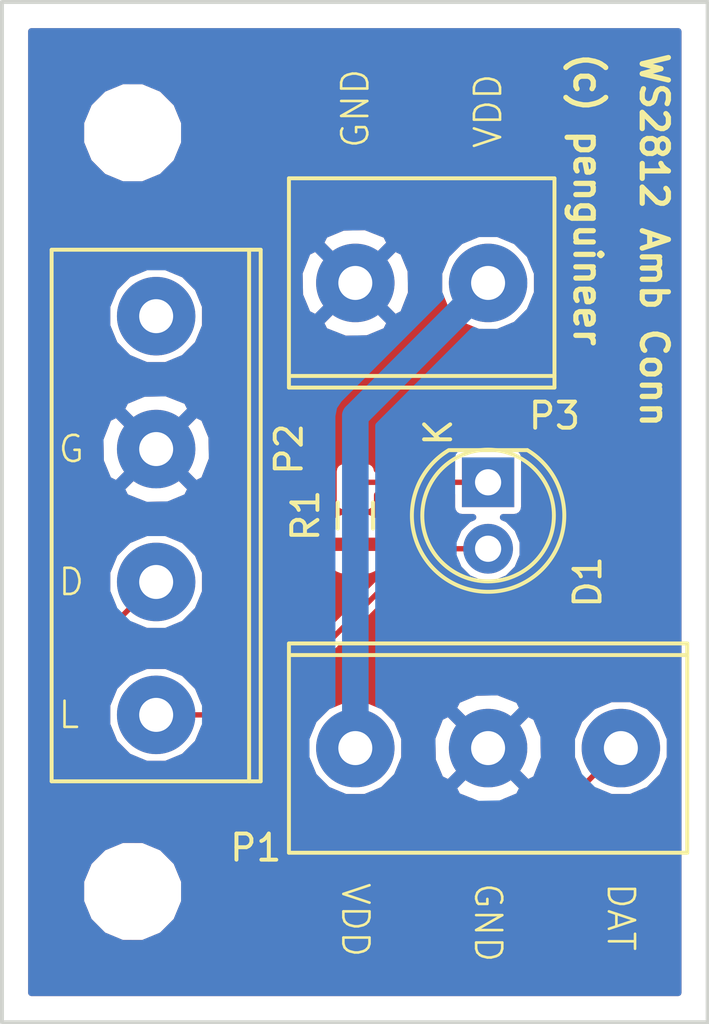
<source format=kicad_pcb>
(kicad_pcb (version 4) (host pcbnew 4.0.5+dfsg1-4)

  (general
    (links 7)
    (no_connects 0)
    (area 82.924999 67.924999 110.075001 107.075001)
    (thickness 1.6)
    (drawings 14)
    (tracks 14)
    (zones 0)
    (modules 7)
    (nets 6)
  )

  (page A4)
  (layers
    (0 F.Cu signal)
    (31 B.Cu signal)
    (32 B.Adhes user)
    (33 F.Adhes user)
    (34 B.Paste user)
    (35 F.Paste user)
    (36 B.SilkS user)
    (37 F.SilkS user)
    (38 B.Mask user)
    (39 F.Mask user)
    (40 Dwgs.User user)
    (41 Cmts.User user)
    (42 Eco1.User user)
    (43 Eco2.User user)
    (44 Edge.Cuts user)
    (45 Margin user)
    (46 B.CrtYd user)
    (47 F.CrtYd user)
    (48 B.Fab user)
    (49 F.Fab user)
  )

  (setup
    (last_trace_width 0.2032)
    (trace_clearance 0.1524)
    (zone_clearance 0.254)
    (zone_45_only no)
    (trace_min 0.2)
    (segment_width 0.2)
    (edge_width 0.15)
    (via_size 0.6858)
    (via_drill 0.3302)
    (via_min_size 0.4)
    (via_min_drill 0.3)
    (uvia_size 0.3)
    (uvia_drill 0.1)
    (uvias_allowed no)
    (uvia_min_size 0)
    (uvia_min_drill 0)
    (pcb_text_width 0.3)
    (pcb_text_size 1.5 1.5)
    (mod_edge_width 0.15)
    (mod_text_size 1 1)
    (mod_text_width 0.15)
    (pad_size 1.524 1.524)
    (pad_drill 0.762)
    (pad_to_mask_clearance 0.2)
    (aux_axis_origin 0 0)
    (visible_elements FFFFFF7F)
    (pcbplotparams
      (layerselection 0x010f0_80000001)
      (usegerberextensions false)
      (excludeedgelayer true)
      (linewidth 0.100000)
      (plotframeref false)
      (viasonmask false)
      (mode 1)
      (useauxorigin false)
      (hpglpennumber 1)
      (hpglpenspeed 20)
      (hpglpendiameter 15)
      (hpglpenoverlay 2)
      (psnegative false)
      (psa4output false)
      (plotreference true)
      (plotvalue true)
      (plotinvisibletext false)
      (padsonsilk false)
      (subtractmaskfromsilk false)
      (outputformat 1)
      (mirror false)
      (drillshape 0)
      (scaleselection 1)
      (outputdirectory gerber/))
  )

  (net 0 "")
  (net 1 "Net-(D1-Pad1)")
  (net 2 "Net-(D1-Pad2)")
  (net 3 "Net-(P1-Pad3)")
  (net 4 GND)
  (net 5 VDD)

  (net_class Default "Dies ist die voreingestellte Netzklasse."
    (clearance 0.1524)
    (trace_width 0.2032)
    (via_dia 0.6858)
    (via_drill 0.3302)
    (uvia_dia 0.3)
    (uvia_drill 0.1)
    (add_net GND)
    (add_net "Net-(D1-Pad1)")
    (add_net "Net-(D1-Pad2)")
    (add_net "Net-(P1-Pad3)")
  )

  (net_class VDD ""
    (clearance 0.1524)
    (trace_width 1.016)
    (via_dia 0.6858)
    (via_drill 0.3302)
    (uvia_dia 0.3)
    (uvia_drill 0.1)
    (add_net VDD)
  )

  (module LEDs:LED-5MM (layer F.Cu) (tedit 5A2C61BB) (tstamp 5A2C597F)
    (at 101.6 86.36 270)
    (descr "LED 5mm round vertical")
    (tags "LED 5mm round vertical")
    (path /5A1B0B6E)
    (fp_text reference D1 (at 3.81 -3.81 270) (layer F.SilkS)
      (effects (font (size 1 1) (thickness 0.15)))
    )
    (fp_text value LED (at 1.524 -3.937 270) (layer F.Fab)
      (effects (font (size 1 1) (thickness 0.15)))
    )
    (fp_line (start -1.5 -1.55) (end -1.5 1.55) (layer F.CrtYd) (width 0.05))
    (fp_arc (start 1.3 0) (end -1.5 1.55) (angle -302) (layer F.CrtYd) (width 0.05))
    (fp_arc (start 1.27 0) (end -1.23 -1.5) (angle 297.5) (layer F.SilkS) (width 0.15))
    (fp_line (start -1.23 1.5) (end -1.23 -1.5) (layer F.SilkS) (width 0.15))
    (fp_circle (center 1.27 0) (end 0.97 -2.5) (layer F.SilkS) (width 0.15))
    (fp_text user K (at -1.905 1.905 270) (layer F.SilkS)
      (effects (font (size 1 1) (thickness 0.15)))
    )
    (pad 1 thru_hole rect (at 0 0) (size 2 1.9) (drill 1.00076) (layers *.Cu *.Mask)
      (net 1 "Net-(D1-Pad1)"))
    (pad 2 thru_hole circle (at 2.54 0 270) (size 1.9 1.9) (drill 1.00076) (layers *.Cu *.Mask)
      (net 2 "Net-(D1-Pad2)"))
    (model LEDs.3dshapes/LED-5MM.wrl
      (at (xyz 0.05 0 0))
      (scale (xyz 1 1 1))
      (rotate (xyz 0 0 90))
    )
  )

  (module n39-kicad:AKL_101-03 (layer F.Cu) (tedit 5A2C5DB3) (tstamp 5A2C598B)
    (at 96.52 96.52)
    (descr "ALK 101-02")
    (path /5A1B01C9)
    (fp_text reference P1 (at -3.81 3.81) (layer F.SilkS)
      (effects (font (size 1 1) (thickness 0.15)))
    )
    (fp_text value CONN_01X03 (at 2.286 -4.826) (layer F.Fab) hide
      (effects (font (size 1 1) (thickness 0.15)))
    )
    (fp_line (start -2.54 -3.556) (end 12.7 -3.556) (layer F.SilkS) (width 0.15))
    (fp_line (start 12.7 -4) (end 12.7 4) (layer F.SilkS) (width 0.15))
    (fp_line (start -2.54 -4) (end -2.54 4) (layer F.SilkS) (width 0.15))
    (fp_line (start -2.54 4) (end 12.7 4) (layer F.SilkS) (width 0.15))
    (fp_line (start -2.54 -4) (end 12.7 -4) (layer F.SilkS) (width 0.15))
    (pad 3 thru_hole circle (at 10.16 0) (size 3 3) (drill 1.3) (layers *.Cu *.Mask)
      (net 3 "Net-(P1-Pad3)"))
    (pad 2 thru_hole circle (at 5.08 0) (size 3 3) (drill 1.3) (layers *.Cu *.Mask)
      (net 4 GND))
    (pad 1 thru_hole circle (at 0 0) (size 3 3) (drill 1.3) (layers *.Cu *.Mask)
      (net 5 VDD))
  )

  (module n39-kicad:AKL_101-04 (layer F.Cu) (tedit 5A2C61C5) (tstamp 5A2C5998)
    (at 88.9 80.01 270)
    (descr "ALK 101-02")
    (path /5A1B0258)
    (fp_text reference P2 (at 5.08 -5.08 270) (layer F.SilkS)
      (effects (font (size 1 1) (thickness 0.15)))
    )
    (fp_text value CONN_01X04 (at 2.286 -4.826 270) (layer F.Fab) hide
      (effects (font (size 1 1) (thickness 0.15)))
    )
    (fp_line (start -2.54 -3.556) (end 17.78 -3.556) (layer F.SilkS) (width 0.15))
    (fp_line (start 17.78 -4) (end 17.78 4) (layer F.SilkS) (width 0.15))
    (fp_line (start -2.54 -4) (end -2.54 4) (layer F.SilkS) (width 0.15))
    (fp_line (start -2.54 4) (end 17.78 4) (layer F.SilkS) (width 0.15))
    (fp_line (start -2.54 -4) (end 17.78 -4) (layer F.SilkS) (width 0.15))
    (pad 4 thru_hole circle (at 15.24 0 270) (size 3 3) (drill 1.3) (layers *.Cu *.Mask)
      (net 2 "Net-(D1-Pad2)"))
    (pad 3 thru_hole circle (at 10.16 0 270) (size 3 3) (drill 1.3) (layers *.Cu *.Mask)
      (net 3 "Net-(P1-Pad3)"))
    (pad 2 thru_hole circle (at 5.08 0 270) (size 3 3) (drill 1.3) (layers *.Cu *.Mask)
      (net 4 GND))
    (pad 1 thru_hole circle (at 0 0 270) (size 3 3) (drill 1.3) (layers *.Cu *.Mask))
  )

  (module n39-kicad:AKL_101-02 (layer F.Cu) (tedit 5A2C61C0) (tstamp 5A2C59A3)
    (at 101.6 78.74 180)
    (descr "ALK 101-02")
    (path /5A1B0172)
    (fp_text reference P3 (at -2.54 -5.08 180) (layer F.SilkS)
      (effects (font (size 1 1) (thickness 0.15)))
    )
    (fp_text value CONN_01X02 (at 2.286 -4.826 180) (layer F.Fab) hide
      (effects (font (size 1 1) (thickness 0.15)))
    )
    (fp_line (start -2.54 -3.556) (end 7.62 -3.556) (layer F.SilkS) (width 0.15))
    (fp_line (start 7.62 -4) (end 7.62 4) (layer F.SilkS) (width 0.15))
    (fp_line (start -2.54 -4) (end -2.54 4) (layer F.SilkS) (width 0.15))
    (fp_line (start -2.54 4) (end 7.62 4) (layer F.SilkS) (width 0.15))
    (fp_line (start -2.54 -4) (end 7.62 -4) (layer F.SilkS) (width 0.15))
    (pad 2 thru_hole circle (at 5.08 0 180) (size 3 3) (drill 1.3) (layers *.Cu *.Mask)
      (net 4 GND))
    (pad 1 thru_hole circle (at 0 0 180) (size 3 3) (drill 1.3) (layers *.Cu *.Mask)
      (net 5 VDD))
  )

  (module Resistors_SMD:R_0603_HandSoldering (layer F.Cu) (tedit 5A2C61FB) (tstamp 5A2C59B3)
    (at 96.52 87.63 270)
    (descr "Resistor SMD 0603, hand soldering")
    (tags "resistor 0603")
    (path /5A1B0BBB)
    (attr smd)
    (fp_text reference R1 (at 0 1.905 270) (layer F.SilkS)
      (effects (font (size 1 1) (thickness 0.15)))
    )
    (fp_text value R (at 0 1.9 270) (layer F.Fab)
      (effects (font (size 1 1) (thickness 0.15)))
    )
    (fp_line (start -0.8 0.4) (end -0.8 -0.4) (layer F.Fab) (width 0.1))
    (fp_line (start 0.8 0.4) (end -0.8 0.4) (layer F.Fab) (width 0.1))
    (fp_line (start 0.8 -0.4) (end 0.8 0.4) (layer F.Fab) (width 0.1))
    (fp_line (start -0.8 -0.4) (end 0.8 -0.4) (layer F.Fab) (width 0.1))
    (fp_line (start -2 -0.8) (end 2 -0.8) (layer F.CrtYd) (width 0.05))
    (fp_line (start -2 0.8) (end 2 0.8) (layer F.CrtYd) (width 0.05))
    (fp_line (start -2 -0.8) (end -2 0.8) (layer F.CrtYd) (width 0.05))
    (fp_line (start 2 -0.8) (end 2 0.8) (layer F.CrtYd) (width 0.05))
    (fp_line (start 0.5 0.675) (end -0.5 0.675) (layer F.SilkS) (width 0.15))
    (fp_line (start -0.5 -0.675) (end 0.5 -0.675) (layer F.SilkS) (width 0.15))
    (pad 1 smd rect (at -1.1 0 270) (size 1.2 0.9) (layers F.Cu F.Paste F.Mask)
      (net 1 "Net-(D1-Pad1)"))
    (pad 2 smd rect (at 1.1 0 270) (size 1.2 0.9) (layers F.Cu F.Paste F.Mask)
      (net 4 GND))
    (model Resistors_SMD.3dshapes/R_0603_HandSoldering.wrl
      (at (xyz 0 0 0))
      (scale (xyz 1 1 1))
      (rotate (xyz 0 0 0))
    )
  )

  (module Mounting_Holes:MountingHole_3.2mm_M3 (layer F.Cu) (tedit 5A2C5C08) (tstamp 5A2C5DB7)
    (at 88 73)
    (descr "Mounting Hole 3.2mm, no annular, M3")
    (tags "mounting hole 3.2mm no annular m3")
    (fp_text reference REF** (at 0 -4.2) (layer F.SilkS) hide
      (effects (font (size 1 1) (thickness 0.15)))
    )
    (fp_text value MountingHole_3.2mm_M3 (at 0 4.2) (layer F.Fab) hide
      (effects (font (size 1 1) (thickness 0.15)))
    )
    (fp_circle (center 0 0) (end 3.2 0) (layer Cmts.User) (width 0.15))
    (fp_circle (center 0 0) (end 3.45 0) (layer F.CrtYd) (width 0.05))
    (pad 1 np_thru_hole circle (at 0 0) (size 3.2 3.2) (drill 3.2) (layers *.Cu *.Mask))
  )

  (module Mounting_Holes:MountingHole_3.2mm_M3 (layer F.Cu) (tedit 5A2C5C04) (tstamp 5A2C5DED)
    (at 88 102)
    (descr "Mounting Hole 3.2mm, no annular, M3")
    (tags "mounting hole 3.2mm no annular m3")
    (fp_text reference REF** (at 0 -4.2) (layer F.SilkS) hide
      (effects (font (size 1 1) (thickness 0.15)))
    )
    (fp_text value MountingHole_3.2mm_M3 (at 0 4.2) (layer F.Fab) hide
      (effects (font (size 1 1) (thickness 0.15)))
    )
    (fp_circle (center 0 0) (end 3.2 0) (layer Cmts.User) (width 0.15))
    (fp_circle (center 0 0) (end 3.45 0) (layer F.CrtYd) (width 0.05))
    (pad 1 np_thru_hole circle (at 0 0) (size 3.2 3.2) (drill 3.2) (layers *.Cu *.Mask))
  )

  (gr_text DAT (at 106.68 101.6 270) (layer F.SilkS)
    (effects (font (size 1 1) (thickness 0.1)) (justify left))
  )
  (gr_text GND (at 101.6 101.6 270) (layer F.SilkS)
    (effects (font (size 1 1) (thickness 0.1)) (justify left))
  )
  (gr_text GND (at 96.52 73.66 90) (layer F.SilkS)
    (effects (font (size 1 1) (thickness 0.1)) (justify left))
  )
  (gr_text VDD (at 101.6 73.66 90) (layer F.SilkS)
    (effects (font (size 1 1) (thickness 0.1)) (justify left))
  )
  (gr_text VDD (at 96.52 101.6 270) (layer F.SilkS)
    (effects (font (size 1 1) (thickness 0.1)) (justify left))
  )
  (gr_text L (at 85.09 95.25) (layer F.SilkS)
    (effects (font (size 1 1) (thickness 0.1)) (justify left))
  )
  (gr_text D (at 85.09 90.17) (layer F.SilkS)
    (effects (font (size 1 1) (thickness 0.1)) (justify left))
  )
  (gr_text G (at 85.09 85.09) (layer F.SilkS)
    (effects (font (size 1 1) (thickness 0.1)) (justify left))
  )
  (gr_text "(c) penguineer" (at 105.41 69.85 270) (layer F.SilkS)
    (effects (font (size 1 1) (thickness 0.2)) (justify left))
  )
  (gr_text "WS2812 Amb Conn" (at 107.95 69.85 270) (layer F.SilkS)
    (effects (font (size 1 1) (thickness 0.2)) (justify left))
  )
  (gr_line (start 83 107) (end 83 68) (angle 90) (layer Edge.Cuts) (width 0.15))
  (gr_line (start 110 107) (end 83 107) (angle 90) (layer Edge.Cuts) (width 0.15))
  (gr_line (start 110 68) (end 110 107) (angle 90) (layer Edge.Cuts) (width 0.15))
  (gr_line (start 83 68) (end 110 68) (angle 90) (layer Edge.Cuts) (width 0.15))

  (segment (start 100.16 85.09) (end 100.33 85.09) (width 0.25) (layer F.Cu) (net 0))
  (segment (start 101.6 86.36) (end 96.69 86.36) (width 0.2032) (layer F.Cu) (net 1))
  (segment (start 96.69 86.36) (end 96.52 86.53) (width 0.2032) (layer F.Cu) (net 1) (tstamp 5A2C6160))
  (segment (start 88.9 95.25) (end 92.71 95.25) (width 0.2032) (layer F.Cu) (net 2))
  (segment (start 99.06 88.9) (end 101.6 88.9) (width 0.2032) (layer F.Cu) (net 2) (tstamp 5A2C615C))
  (segment (start 92.71 95.25) (end 99.06 88.9) (width 0.2032) (layer F.Cu) (net 2) (tstamp 5A2C6159))
  (segment (start 88.9 90.17) (end 86.36 92.71) (width 0.2032) (layer F.Cu) (net 3))
  (segment (start 104.14 99.06) (end 106.68 96.52) (width 0.2032) (layer F.Cu) (net 3) (tstamp 5A2C616E))
  (segment (start 88.9 99.06) (end 104.14 99.06) (width 0.2032) (layer F.Cu) (net 3) (tstamp 5A2C6168))
  (segment (start 86.36 96.52) (end 88.9 99.06) (width 0.2032) (layer F.Cu) (net 3) (tstamp 5A2C6166))
  (segment (start 86.36 92.71) (end 86.36 96.52) (width 0.2032) (layer F.Cu) (net 3) (tstamp 5A2C6164))
  (segment (start 88.9 90.17) (end 87.63 90.17) (width 0.25) (layer F.Cu) (net 3))
  (segment (start 101.6 78.74) (end 96.52 83.82) (width 1.016) (layer B.Cu) (net 5))
  (segment (start 96.52 83.82) (end 96.52 96.52) (width 1.016) (layer B.Cu) (net 5) (tstamp 5A2C6178))

  (zone (net 4) (net_name GND) (layer F.Cu) (tstamp 5A2C5FC9) (hatch edge 0.508)
    (connect_pads (clearance 0.254))
    (min_thickness 0.254)
    (fill yes (arc_segments 16) (thermal_gap 0.508) (thermal_bridge_width 0.508))
    (polygon
      (pts
        (xy 109 106) (xy 84 106) (xy 84 69) (xy 109 69)
      )
    )
    (filled_polygon
      (pts
        (xy 108.873 105.873) (xy 84.127 105.873) (xy 84.127 102.392316) (xy 86.018657 102.392316) (xy 86.319611 103.12068)
        (xy 86.876389 103.678431) (xy 87.604226 103.980655) (xy 88.392316 103.981343) (xy 89.12068 103.680389) (xy 89.678431 103.123611)
        (xy 89.980655 102.395774) (xy 89.981343 101.607684) (xy 89.680389 100.87932) (xy 89.123611 100.321569) (xy 88.395774 100.019345)
        (xy 87.607684 100.018657) (xy 86.87932 100.319611) (xy 86.321569 100.876389) (xy 86.019345 101.604226) (xy 86.018657 102.392316)
        (xy 84.127 102.392316) (xy 84.127 92.71) (xy 85.8774 92.71) (xy 85.8774 96.52) (xy 85.914136 96.704683)
        (xy 86.01875 96.86125) (xy 88.558748 99.401247) (xy 88.55875 99.40125) (xy 88.715317 99.505864) (xy 88.9 99.5426)
        (xy 104.14 99.5426) (xy 104.324683 99.505864) (xy 104.48125 99.40125) (xy 104.481251 99.401249) (xy 105.723116 98.159383)
        (xy 106.304204 98.400673) (xy 107.052513 98.401326) (xy 107.744109 98.115564) (xy 108.273704 97.586892) (xy 108.560673 96.895796)
        (xy 108.561326 96.147487) (xy 108.275564 95.455891) (xy 107.746892 94.926296) (xy 107.055796 94.639327) (xy 106.307487 94.638674)
        (xy 105.615891 94.924436) (xy 105.086296 95.453108) (xy 104.799327 96.144204) (xy 104.798674 96.892513) (xy 105.040273 97.477227)
        (xy 103.9401 98.5774) (xy 102.232202 98.5774) (xy 102.774582 98.352739) (xy 102.934365 98.03397) (xy 101.6 96.699605)
        (xy 100.265635 98.03397) (xy 100.425418 98.352739) (xy 100.998528 98.5774) (xy 89.099899 98.5774) (xy 86.8426 96.3201)
        (xy 86.8426 95.622513) (xy 87.018674 95.622513) (xy 87.304436 96.314109) (xy 87.833108 96.843704) (xy 88.524204 97.130673)
        (xy 89.272513 97.131326) (xy 89.850483 96.892513) (xy 94.638674 96.892513) (xy 94.924436 97.584109) (xy 95.453108 98.113704)
        (xy 96.144204 98.400673) (xy 96.892513 98.401326) (xy 97.584109 98.115564) (xy 98.113704 97.586892) (xy 98.400673 96.895796)
        (xy 98.401326 96.147487) (xy 98.396657 96.136187) (xy 99.457277 96.136187) (xy 99.473503 96.985387) (xy 99.767261 97.694582)
        (xy 100.08603 97.854365) (xy 101.420395 96.52) (xy 101.779605 96.52) (xy 103.11397 97.854365) (xy 103.432739 97.694582)
        (xy 103.742723 96.903813) (xy 103.726497 96.054613) (xy 103.432739 95.345418) (xy 103.11397 95.185635) (xy 101.779605 96.52)
        (xy 101.420395 96.52) (xy 100.08603 95.185635) (xy 99.767261 95.345418) (xy 99.457277 96.136187) (xy 98.396657 96.136187)
        (xy 98.115564 95.455891) (xy 97.666488 95.00603) (xy 100.265635 95.00603) (xy 101.6 96.340395) (xy 102.934365 95.00603)
        (xy 102.774582 94.687261) (xy 101.983813 94.377277) (xy 101.134613 94.393503) (xy 100.425418 94.687261) (xy 100.265635 95.00603)
        (xy 97.666488 95.00603) (xy 97.586892 94.926296) (xy 96.895796 94.639327) (xy 96.147487 94.638674) (xy 95.455891 94.924436)
        (xy 94.926296 95.453108) (xy 94.639327 96.144204) (xy 94.638674 96.892513) (xy 89.850483 96.892513) (xy 89.964109 96.845564)
        (xy 90.493704 96.316892) (xy 90.736324 95.7326) (xy 92.71 95.7326) (xy 92.894683 95.695864) (xy 93.05125 95.59125)
        (xy 99.2599 89.3826) (xy 100.359262 89.3826) (xy 100.470975 89.652966) (xy 100.845065 90.027709) (xy 101.334086 90.230769)
        (xy 101.863591 90.231231) (xy 102.352966 90.029025) (xy 102.727709 89.654935) (xy 102.930769 89.165914) (xy 102.931231 88.636409)
        (xy 102.729025 88.147034) (xy 102.354935 87.772291) (xy 102.17714 87.698464) (xy 102.6 87.698464) (xy 102.74119 87.671897)
        (xy 102.870865 87.588454) (xy 102.957859 87.461134) (xy 102.988464 87.31) (xy 102.988464 85.41) (xy 102.961897 85.26881)
        (xy 102.878454 85.139135) (xy 102.751134 85.052141) (xy 102.6 85.021536) (xy 100.822382 85.021536) (xy 100.797483 84.896362)
        (xy 100.687796 84.732204) (xy 100.523638 84.622517) (xy 100.33 84.584) (xy 100.16 84.584) (xy 99.966362 84.622517)
        (xy 99.802204 84.732204) (xy 99.692517 84.896362) (xy 99.654 85.09) (xy 99.692517 85.283638) (xy 99.802204 85.447796)
        (xy 99.966362 85.557483) (xy 100.16 85.596) (xy 100.211536 85.596) (xy 100.211536 85.8774) (xy 97.348567 85.8774)
        (xy 97.331897 85.78881) (xy 97.248454 85.659135) (xy 97.121134 85.572141) (xy 96.97 85.541536) (xy 96.07 85.541536)
        (xy 95.92881 85.568103) (xy 95.799135 85.651546) (xy 95.712141 85.778866) (xy 95.681536 85.93) (xy 95.681536 87.13)
        (xy 95.708103 87.27119) (xy 95.791546 87.400865) (xy 95.918866 87.487859) (xy 95.95413 87.495) (xy 95.94369 87.495)
        (xy 95.710301 87.591673) (xy 95.531673 87.770302) (xy 95.435 88.003691) (xy 95.435 88.44425) (xy 95.59375 88.603)
        (xy 96.393 88.603) (xy 96.393 88.583) (xy 96.647 88.583) (xy 96.647 88.603) (xy 97.44625 88.603)
        (xy 97.605 88.44425) (xy 97.605 88.003691) (xy 97.508327 87.770302) (xy 97.329699 87.591673) (xy 97.09631 87.495)
        (xy 97.094699 87.495) (xy 97.11119 87.491897) (xy 97.240865 87.408454) (xy 97.327859 87.281134) (xy 97.358464 87.13)
        (xy 97.358464 86.8426) (xy 100.211536 86.8426) (xy 100.211536 87.31) (xy 100.238103 87.45119) (xy 100.321546 87.580865)
        (xy 100.448866 87.667859) (xy 100.6 87.698464) (xy 101.022524 87.698464) (xy 100.847034 87.770975) (xy 100.472291 88.145065)
        (xy 100.359207 88.4174) (xy 99.06 88.4174) (xy 98.875317 88.454136) (xy 98.71875 88.55875) (xy 92.5101 94.7674)
        (xy 90.735839 94.7674) (xy 90.495564 94.185891) (xy 89.966892 93.656296) (xy 89.275796 93.369327) (xy 88.527487 93.368674)
        (xy 87.835891 93.654436) (xy 87.306296 94.183108) (xy 87.019327 94.874204) (xy 87.018674 95.622513) (xy 86.8426 95.622513)
        (xy 86.8426 92.9099) (xy 87.943116 91.809383) (xy 88.524204 92.050673) (xy 89.272513 92.051326) (xy 89.964109 91.765564)
        (xy 90.493704 91.236892) (xy 90.780673 90.545796) (xy 90.781326 89.797487) (xy 90.495564 89.105891) (xy 90.405581 89.01575)
        (xy 95.435 89.01575) (xy 95.435 89.456309) (xy 95.531673 89.689698) (xy 95.710301 89.868327) (xy 95.94369 89.965)
        (xy 96.23425 89.965) (xy 96.393 89.80625) (xy 96.393 88.857) (xy 96.647 88.857) (xy 96.647 89.80625)
        (xy 96.80575 89.965) (xy 97.09631 89.965) (xy 97.329699 89.868327) (xy 97.508327 89.689698) (xy 97.605 89.456309)
        (xy 97.605 89.01575) (xy 97.44625 88.857) (xy 96.647 88.857) (xy 96.393 88.857) (xy 95.59375 88.857)
        (xy 95.435 89.01575) (xy 90.405581 89.01575) (xy 89.966892 88.576296) (xy 89.275796 88.289327) (xy 88.527487 88.288674)
        (xy 87.835891 88.574436) (xy 87.306296 89.103108) (xy 87.019327 89.794204) (xy 87.018674 90.542513) (xy 87.260273 91.127227)
        (xy 86.01875 92.36875) (xy 85.914136 92.525317) (xy 85.8774 92.71) (xy 84.127 92.71) (xy 84.127 86.60397)
        (xy 87.565635 86.60397) (xy 87.725418 86.922739) (xy 88.516187 87.232723) (xy 89.365387 87.216497) (xy 90.074582 86.922739)
        (xy 90.234365 86.60397) (xy 88.9 85.269605) (xy 87.565635 86.60397) (xy 84.127 86.60397) (xy 84.127 84.706187)
        (xy 86.757277 84.706187) (xy 86.773503 85.555387) (xy 87.067261 86.264582) (xy 87.38603 86.424365) (xy 88.720395 85.09)
        (xy 89.079605 85.09) (xy 90.41397 86.424365) (xy 90.732739 86.264582) (xy 91.042723 85.473813) (xy 91.026497 84.624613)
        (xy 90.732739 83.915418) (xy 90.41397 83.755635) (xy 89.079605 85.09) (xy 88.720395 85.09) (xy 87.38603 83.755635)
        (xy 87.067261 83.915418) (xy 86.757277 84.706187) (xy 84.127 84.706187) (xy 84.127 83.57603) (xy 87.565635 83.57603)
        (xy 88.9 84.910395) (xy 90.234365 83.57603) (xy 90.074582 83.257261) (xy 89.283813 82.947277) (xy 88.434613 82.963503)
        (xy 87.725418 83.257261) (xy 87.565635 83.57603) (xy 84.127 83.57603) (xy 84.127 80.382513) (xy 87.018674 80.382513)
        (xy 87.304436 81.074109) (xy 87.833108 81.603704) (xy 88.524204 81.890673) (xy 89.272513 81.891326) (xy 89.964109 81.605564)
        (xy 90.493704 81.076892) (xy 90.780673 80.385796) (xy 90.780788 80.25397) (xy 95.185635 80.25397) (xy 95.345418 80.572739)
        (xy 96.136187 80.882723) (xy 96.985387 80.866497) (xy 97.694582 80.572739) (xy 97.854365 80.25397) (xy 96.52 78.919605)
        (xy 95.185635 80.25397) (xy 90.780788 80.25397) (xy 90.781326 79.637487) (xy 90.495564 78.945891) (xy 89.966892 78.416296)
        (xy 89.822134 78.356187) (xy 94.377277 78.356187) (xy 94.393503 79.205387) (xy 94.687261 79.914582) (xy 95.00603 80.074365)
        (xy 96.340395 78.74) (xy 96.699605 78.74) (xy 98.03397 80.074365) (xy 98.352739 79.914582) (xy 98.662723 79.123813)
        (xy 98.662508 79.112513) (xy 99.718674 79.112513) (xy 100.004436 79.804109) (xy 100.533108 80.333704) (xy 101.224204 80.620673)
        (xy 101.972513 80.621326) (xy 102.664109 80.335564) (xy 103.193704 79.806892) (xy 103.480673 79.115796) (xy 103.481326 78.367487)
        (xy 103.195564 77.675891) (xy 102.666892 77.146296) (xy 101.975796 76.859327) (xy 101.227487 76.858674) (xy 100.535891 77.144436)
        (xy 100.006296 77.673108) (xy 99.719327 78.364204) (xy 99.718674 79.112513) (xy 98.662508 79.112513) (xy 98.646497 78.274613)
        (xy 98.352739 77.565418) (xy 98.03397 77.405635) (xy 96.699605 78.74) (xy 96.340395 78.74) (xy 95.00603 77.405635)
        (xy 94.687261 77.565418) (xy 94.377277 78.356187) (xy 89.822134 78.356187) (xy 89.275796 78.129327) (xy 88.527487 78.128674)
        (xy 87.835891 78.414436) (xy 87.306296 78.943108) (xy 87.019327 79.634204) (xy 87.018674 80.382513) (xy 84.127 80.382513)
        (xy 84.127 77.22603) (xy 95.185635 77.22603) (xy 96.52 78.560395) (xy 97.854365 77.22603) (xy 97.694582 76.907261)
        (xy 96.903813 76.597277) (xy 96.054613 76.613503) (xy 95.345418 76.907261) (xy 95.185635 77.22603) (xy 84.127 77.22603)
        (xy 84.127 73.392316) (xy 86.018657 73.392316) (xy 86.319611 74.12068) (xy 86.876389 74.678431) (xy 87.604226 74.980655)
        (xy 88.392316 74.981343) (xy 89.12068 74.680389) (xy 89.678431 74.123611) (xy 89.980655 73.395774) (xy 89.981343 72.607684)
        (xy 89.680389 71.87932) (xy 89.123611 71.321569) (xy 88.395774 71.019345) (xy 87.607684 71.018657) (xy 86.87932 71.319611)
        (xy 86.321569 71.876389) (xy 86.019345 72.604226) (xy 86.018657 73.392316) (xy 84.127 73.392316) (xy 84.127 69.127)
        (xy 108.873 69.127)
      )
    )
  )
  (zone (net 4) (net_name GND) (layer B.Cu) (tstamp 5A2C5FC9) (hatch edge 0.508)
    (connect_pads (clearance 0.254))
    (min_thickness 0.254)
    (fill yes (arc_segments 16) (thermal_gap 0.508) (thermal_bridge_width 0.508))
    (polygon
      (pts
        (xy 109 106) (xy 84 106) (xy 84 69) (xy 109 69)
      )
    )
    (filled_polygon
      (pts
        (xy 108.873 105.873) (xy 84.127 105.873) (xy 84.127 102.392316) (xy 86.018657 102.392316) (xy 86.319611 103.12068)
        (xy 86.876389 103.678431) (xy 87.604226 103.980655) (xy 88.392316 103.981343) (xy 89.12068 103.680389) (xy 89.678431 103.123611)
        (xy 89.980655 102.395774) (xy 89.981343 101.607684) (xy 89.680389 100.87932) (xy 89.123611 100.321569) (xy 88.395774 100.019345)
        (xy 87.607684 100.018657) (xy 86.87932 100.319611) (xy 86.321569 100.876389) (xy 86.019345 101.604226) (xy 86.018657 102.392316)
        (xy 84.127 102.392316) (xy 84.127 95.622513) (xy 87.018674 95.622513) (xy 87.304436 96.314109) (xy 87.833108 96.843704)
        (xy 88.524204 97.130673) (xy 89.272513 97.131326) (xy 89.850483 96.892513) (xy 94.638674 96.892513) (xy 94.924436 97.584109)
        (xy 95.453108 98.113704) (xy 96.144204 98.400673) (xy 96.892513 98.401326) (xy 97.584109 98.115564) (xy 97.665845 98.03397)
        (xy 100.265635 98.03397) (xy 100.425418 98.352739) (xy 101.216187 98.662723) (xy 102.065387 98.646497) (xy 102.774582 98.352739)
        (xy 102.934365 98.03397) (xy 101.6 96.699605) (xy 100.265635 98.03397) (xy 97.665845 98.03397) (xy 98.113704 97.586892)
        (xy 98.400673 96.895796) (xy 98.401326 96.147487) (xy 98.396657 96.136187) (xy 99.457277 96.136187) (xy 99.473503 96.985387)
        (xy 99.767261 97.694582) (xy 100.08603 97.854365) (xy 101.420395 96.52) (xy 101.779605 96.52) (xy 103.11397 97.854365)
        (xy 103.432739 97.694582) (xy 103.742723 96.903813) (xy 103.742508 96.892513) (xy 104.798674 96.892513) (xy 105.084436 97.584109)
        (xy 105.613108 98.113704) (xy 106.304204 98.400673) (xy 107.052513 98.401326) (xy 107.744109 98.115564) (xy 108.273704 97.586892)
        (xy 108.560673 96.895796) (xy 108.561326 96.147487) (xy 108.275564 95.455891) (xy 107.746892 94.926296) (xy 107.055796 94.639327)
        (xy 106.307487 94.638674) (xy 105.615891 94.924436) (xy 105.086296 95.453108) (xy 104.799327 96.144204) (xy 104.798674 96.892513)
        (xy 103.742508 96.892513) (xy 103.726497 96.054613) (xy 103.432739 95.345418) (xy 103.11397 95.185635) (xy 101.779605 96.52)
        (xy 101.420395 96.52) (xy 100.08603 95.185635) (xy 99.767261 95.345418) (xy 99.457277 96.136187) (xy 98.396657 96.136187)
        (xy 98.115564 95.455891) (xy 97.666488 95.00603) (xy 100.265635 95.00603) (xy 101.6 96.340395) (xy 102.934365 95.00603)
        (xy 102.774582 94.687261) (xy 101.983813 94.377277) (xy 101.134613 94.393503) (xy 100.425418 94.687261) (xy 100.265635 95.00603)
        (xy 97.666488 95.00603) (xy 97.586892 94.926296) (xy 97.409 94.852429) (xy 97.409 85.41) (xy 100.211536 85.41)
        (xy 100.211536 87.31) (xy 100.238103 87.45119) (xy 100.321546 87.580865) (xy 100.448866 87.667859) (xy 100.6 87.698464)
        (xy 101.022524 87.698464) (xy 100.847034 87.770975) (xy 100.472291 88.145065) (xy 100.269231 88.634086) (xy 100.268769 89.163591)
        (xy 100.470975 89.652966) (xy 100.845065 90.027709) (xy 101.334086 90.230769) (xy 101.863591 90.231231) (xy 102.352966 90.029025)
        (xy 102.727709 89.654935) (xy 102.930769 89.165914) (xy 102.931231 88.636409) (xy 102.729025 88.147034) (xy 102.354935 87.772291)
        (xy 102.17714 87.698464) (xy 102.6 87.698464) (xy 102.74119 87.671897) (xy 102.870865 87.588454) (xy 102.957859 87.461134)
        (xy 102.988464 87.31) (xy 102.988464 85.41) (xy 102.961897 85.26881) (xy 102.878454 85.139135) (xy 102.751134 85.052141)
        (xy 102.6 85.021536) (xy 100.6 85.021536) (xy 100.45881 85.048103) (xy 100.329135 85.131546) (xy 100.242141 85.258866)
        (xy 100.211536 85.41) (xy 97.409 85.41) (xy 97.409 84.188236) (xy 101.049222 80.548014) (xy 101.224204 80.620673)
        (xy 101.972513 80.621326) (xy 102.664109 80.335564) (xy 103.193704 79.806892) (xy 103.480673 79.115796) (xy 103.481326 78.367487)
        (xy 103.195564 77.675891) (xy 102.666892 77.146296) (xy 101.975796 76.859327) (xy 101.227487 76.858674) (xy 100.535891 77.144436)
        (xy 100.006296 77.673108) (xy 99.719327 78.364204) (xy 99.718674 79.112513) (xy 99.792231 79.290533) (xy 95.891382 83.191382)
        (xy 95.698671 83.479794) (xy 95.631 83.82) (xy 95.631 94.852082) (xy 95.455891 94.924436) (xy 94.926296 95.453108)
        (xy 94.639327 96.144204) (xy 94.638674 96.892513) (xy 89.850483 96.892513) (xy 89.964109 96.845564) (xy 90.493704 96.316892)
        (xy 90.780673 95.625796) (xy 90.781326 94.877487) (xy 90.495564 94.185891) (xy 89.966892 93.656296) (xy 89.275796 93.369327)
        (xy 88.527487 93.368674) (xy 87.835891 93.654436) (xy 87.306296 94.183108) (xy 87.019327 94.874204) (xy 87.018674 95.622513)
        (xy 84.127 95.622513) (xy 84.127 90.542513) (xy 87.018674 90.542513) (xy 87.304436 91.234109) (xy 87.833108 91.763704)
        (xy 88.524204 92.050673) (xy 89.272513 92.051326) (xy 89.964109 91.765564) (xy 90.493704 91.236892) (xy 90.780673 90.545796)
        (xy 90.781326 89.797487) (xy 90.495564 89.105891) (xy 89.966892 88.576296) (xy 89.275796 88.289327) (xy 88.527487 88.288674)
        (xy 87.835891 88.574436) (xy 87.306296 89.103108) (xy 87.019327 89.794204) (xy 87.018674 90.542513) (xy 84.127 90.542513)
        (xy 84.127 86.60397) (xy 87.565635 86.60397) (xy 87.725418 86.922739) (xy 88.516187 87.232723) (xy 89.365387 87.216497)
        (xy 90.074582 86.922739) (xy 90.234365 86.60397) (xy 88.9 85.269605) (xy 87.565635 86.60397) (xy 84.127 86.60397)
        (xy 84.127 84.706187) (xy 86.757277 84.706187) (xy 86.773503 85.555387) (xy 87.067261 86.264582) (xy 87.38603 86.424365)
        (xy 88.720395 85.09) (xy 89.079605 85.09) (xy 90.41397 86.424365) (xy 90.732739 86.264582) (xy 91.042723 85.473813)
        (xy 91.026497 84.624613) (xy 90.732739 83.915418) (xy 90.41397 83.755635) (xy 89.079605 85.09) (xy 88.720395 85.09)
        (xy 87.38603 83.755635) (xy 87.067261 83.915418) (xy 86.757277 84.706187) (xy 84.127 84.706187) (xy 84.127 83.57603)
        (xy 87.565635 83.57603) (xy 88.9 84.910395) (xy 90.234365 83.57603) (xy 90.074582 83.257261) (xy 89.283813 82.947277)
        (xy 88.434613 82.963503) (xy 87.725418 83.257261) (xy 87.565635 83.57603) (xy 84.127 83.57603) (xy 84.127 80.382513)
        (xy 87.018674 80.382513) (xy 87.304436 81.074109) (xy 87.833108 81.603704) (xy 88.524204 81.890673) (xy 89.272513 81.891326)
        (xy 89.964109 81.605564) (xy 90.493704 81.076892) (xy 90.780673 80.385796) (xy 90.780788 80.25397) (xy 95.185635 80.25397)
        (xy 95.345418 80.572739) (xy 96.136187 80.882723) (xy 96.985387 80.866497) (xy 97.694582 80.572739) (xy 97.854365 80.25397)
        (xy 96.52 78.919605) (xy 95.185635 80.25397) (xy 90.780788 80.25397) (xy 90.781326 79.637487) (xy 90.495564 78.945891)
        (xy 89.966892 78.416296) (xy 89.822134 78.356187) (xy 94.377277 78.356187) (xy 94.393503 79.205387) (xy 94.687261 79.914582)
        (xy 95.00603 80.074365) (xy 96.340395 78.74) (xy 96.699605 78.74) (xy 98.03397 80.074365) (xy 98.352739 79.914582)
        (xy 98.662723 79.123813) (xy 98.646497 78.274613) (xy 98.352739 77.565418) (xy 98.03397 77.405635) (xy 96.699605 78.74)
        (xy 96.340395 78.74) (xy 95.00603 77.405635) (xy 94.687261 77.565418) (xy 94.377277 78.356187) (xy 89.822134 78.356187)
        (xy 89.275796 78.129327) (xy 88.527487 78.128674) (xy 87.835891 78.414436) (xy 87.306296 78.943108) (xy 87.019327 79.634204)
        (xy 87.018674 80.382513) (xy 84.127 80.382513) (xy 84.127 77.22603) (xy 95.185635 77.22603) (xy 96.52 78.560395)
        (xy 97.854365 77.22603) (xy 97.694582 76.907261) (xy 96.903813 76.597277) (xy 96.054613 76.613503) (xy 95.345418 76.907261)
        (xy 95.185635 77.22603) (xy 84.127 77.22603) (xy 84.127 73.392316) (xy 86.018657 73.392316) (xy 86.319611 74.12068)
        (xy 86.876389 74.678431) (xy 87.604226 74.980655) (xy 88.392316 74.981343) (xy 89.12068 74.680389) (xy 89.678431 74.123611)
        (xy 89.980655 73.395774) (xy 89.981343 72.607684) (xy 89.680389 71.87932) (xy 89.123611 71.321569) (xy 88.395774 71.019345)
        (xy 87.607684 71.018657) (xy 86.87932 71.319611) (xy 86.321569 71.876389) (xy 86.019345 72.604226) (xy 86.018657 73.392316)
        (xy 84.127 73.392316) (xy 84.127 69.127) (xy 108.873 69.127)
      )
    )
  )
)

</source>
